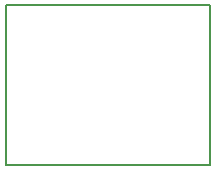
<source format=gm1>
G04 Layer_Color=16711935*
%FSLAX24Y24*%
%MOIN*%
G70*
G01*
G75*
%ADD21C,0.0060*%
D21*
X3380Y-2180D02*
Y3170D01*
X-3410Y-2180D02*
X3380D01*
X-3410D02*
Y3170D01*
X3380D01*
M02*

</source>
